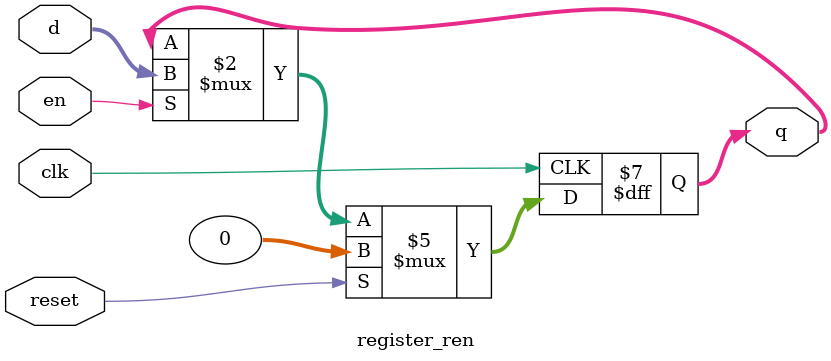
<source format=sv>

module mux4 #(parameter WIDTH=32)
  (input logic [WIDTH-1:0] d0,
   input logic [WIDTH-1:0] d1,
   input logic [WIDTH-1:0] d2,
   input logic [WIDTH-1:0] d3,
   input logic [1:0] s,
   output logic [WIDTH-1:0] y
  );
  
  always_comb begin
    case (s)
      2'b00:	y = d0;
      2'b01:	y = d1;
      2'b10:	y = d2;
      2'b11:	y = d3;
      default:	y = 'bx;
    endcase
  end
endmodule



module mux2 #(parameter WIDTH=32)
  (input  logic [WIDTH-1:0] d0,
   input  logic [WIDTH-1:0] d1,
   input  logic             s,
   output logic [WIDTH-1:0] y
  );
  
  assign y = s ? d1 : d0;
endmodule


// Register with reset 
module register_r #(parameter WIDTH=32)
  (input  logic             clk,
   input  logic             reset,
   input  logic [WIDTH-1:0] d,
   output logic [WIDTH-1:0] q
  );
  
  always_ff @(posedge clk) begin
    if (reset) q <= 0;
    else q <= d;
  end
endmodule


// Register with reset and enable
module register_ren #(parameter WIDTH=32)
  (input  logic             clk,
   input  logic             reset,
   input  logic             en,
   input  logic [WIDTH-1:0] d,
   output logic [WIDTH-1:0] q
  );
  
  always_ff @(posedge clk) begin
    if (reset) q <= 0;
    else if (en) q <= d;
  end
endmodule



</source>
